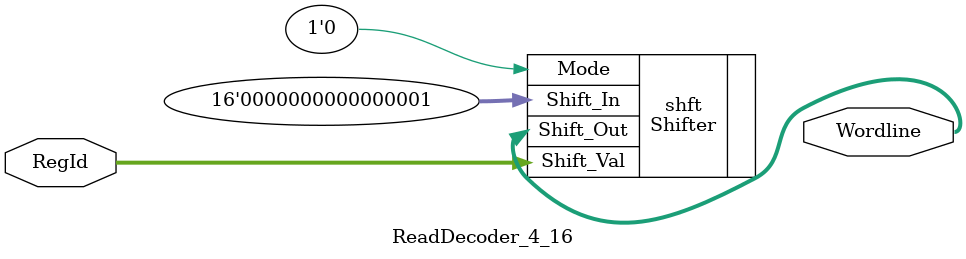
<source format=v>
module ReadDecoder_4_16(input [3:0] RegId, output [15:0] Wordline);
Shifter shft(.Shift_Out(Wordline), .Shift_In(16'h0001), .Shift_Val(RegId), .Mode(1'b0));
endmodule

</source>
